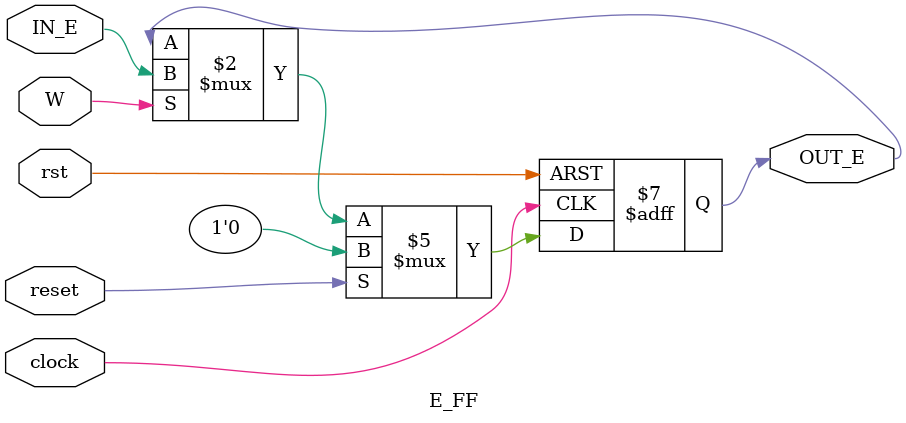
<source format=v>
module E_FF(W,IN_E,OUT_E,reset,clock,rst);
	input W,IN_E,reset,clock,rst;
	output reg OUT_E;

	always @(negedge clock,posedge rst)begin
	  if(rst)begin
		OUT_E <= 1'b0;
	  end else
	  if(reset)  begin
		OUT_E <= 0;
	  end
	  else if(W)begin
		OUT_E <= IN_E;
	  end
	end
endmodule

</source>
